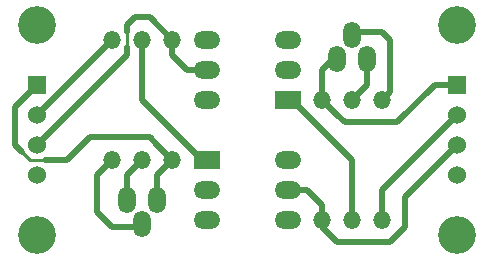
<source format=gtl>
G04 (created by PCBNEW (2013-07-07 BZR 4022)-stable) date 5/4/2015 11:50:08 PM*
%MOIN*%
G04 Gerber Fmt 3.4, Leading zero omitted, Abs format*
%FSLAX34Y34*%
G01*
G70*
G90*
G04 APERTURE LIST*
%ADD10C,0.00590551*%
%ADD11O,0.059X0.0885*%
%ADD12O,0.059X0.059*%
%ADD13R,0.06X0.06*%
%ADD14C,0.06*%
%ADD15R,0.0885X0.059*%
%ADD16O,0.0885X0.059*%
%ADD17C,0.125984*%
%ADD18C,0.02*%
%ADD19C,0.01*%
G04 APERTURE END LIST*
G54D10*
G54D11*
X83500Y-27352D03*
X83000Y-28147D03*
X82500Y-27352D03*
X89500Y-22647D03*
X90000Y-21852D03*
X90500Y-22647D03*
G54D12*
X82000Y-22000D03*
X82000Y-26000D03*
X89000Y-28000D03*
X89000Y-24000D03*
X83000Y-22000D03*
X83000Y-26000D03*
X91000Y-28000D03*
X91000Y-24000D03*
X84000Y-22000D03*
X84000Y-26000D03*
X90000Y-28000D03*
X90000Y-24000D03*
G54D13*
X79500Y-23500D03*
G54D14*
X79500Y-24500D03*
X79500Y-25500D03*
X79500Y-26500D03*
G54D13*
X93500Y-23500D03*
G54D14*
X93500Y-24500D03*
X93500Y-25500D03*
X93500Y-26500D03*
G54D15*
X85147Y-26000D03*
G54D16*
X85147Y-27000D03*
X85147Y-28000D03*
X87852Y-28000D03*
X87852Y-27000D03*
X87852Y-26000D03*
G54D15*
X87852Y-24000D03*
G54D16*
X87852Y-23000D03*
X87852Y-22000D03*
X85147Y-22000D03*
X85147Y-23000D03*
X85147Y-24000D03*
G54D17*
X79500Y-21500D03*
X93500Y-21500D03*
X93500Y-28500D03*
X79500Y-28500D03*
G54D18*
X83000Y-26000D02*
X82500Y-26500D01*
X82500Y-26500D02*
X82500Y-27500D01*
X82000Y-26000D02*
X81500Y-26500D01*
X82750Y-28250D02*
X83000Y-28000D01*
X82000Y-28250D02*
X82750Y-28250D01*
X81500Y-27750D02*
X82000Y-28250D01*
X81500Y-26500D02*
X81500Y-27750D01*
X83000Y-22000D02*
X83000Y-24000D01*
X83000Y-24000D02*
X85000Y-26000D01*
X91000Y-24000D02*
X91250Y-23750D01*
X90250Y-21750D02*
X90000Y-22000D01*
X91000Y-21750D02*
X90250Y-21750D01*
X91250Y-22000D02*
X91000Y-21750D01*
X91250Y-23750D02*
X91250Y-22000D01*
X90000Y-24000D02*
X90500Y-23500D01*
X90500Y-23500D02*
X90500Y-22500D01*
X88000Y-24000D02*
X90000Y-26000D01*
X90000Y-26000D02*
X90000Y-28000D01*
X82500Y-21750D02*
X82500Y-21500D01*
X79500Y-25500D02*
X82500Y-22500D01*
X82500Y-22500D02*
X82500Y-22250D01*
G54D19*
X82500Y-21750D02*
X82500Y-22250D01*
G54D18*
X83250Y-21250D02*
X84000Y-22000D01*
X82750Y-21250D02*
X83250Y-21250D01*
X82500Y-21500D02*
X82750Y-21250D01*
X84000Y-22000D02*
X84000Y-22500D01*
X84000Y-22500D02*
X84500Y-23000D01*
X84500Y-23000D02*
X85000Y-23000D01*
X89000Y-28000D02*
X89000Y-28250D01*
X91750Y-27250D02*
X93500Y-25500D01*
X91750Y-28250D02*
X91750Y-27250D01*
X91250Y-28750D02*
X91750Y-28250D01*
X89500Y-28750D02*
X91250Y-28750D01*
X89000Y-28250D02*
X89500Y-28750D01*
X88000Y-27000D02*
X88500Y-27000D01*
X89000Y-27500D02*
X89000Y-28000D01*
X88500Y-27000D02*
X89000Y-27500D01*
X82000Y-22000D02*
X79500Y-24500D01*
X91000Y-28000D02*
X91000Y-27000D01*
X91000Y-27000D02*
X93500Y-24500D01*
X79000Y-25750D02*
X78750Y-25500D01*
X83250Y-25250D02*
X81250Y-25250D01*
X81250Y-25250D02*
X81000Y-25500D01*
X79500Y-23500D02*
X79000Y-24000D01*
X83500Y-25500D02*
X84000Y-26000D01*
X80500Y-26000D02*
X81000Y-25500D01*
X79750Y-26000D02*
X80500Y-26000D01*
G54D19*
X79250Y-26000D02*
X79750Y-26000D01*
X79000Y-25750D02*
X79250Y-26000D01*
G54D18*
X83500Y-25500D02*
X83250Y-25250D01*
X78750Y-24250D02*
X79000Y-24000D01*
X78750Y-25500D02*
X78750Y-24250D01*
X83500Y-27500D02*
X83500Y-26500D01*
X83500Y-26500D02*
X84000Y-26000D01*
X89500Y-24500D02*
X89750Y-24750D01*
X89000Y-24000D02*
X89500Y-24500D01*
X92750Y-23500D02*
X93500Y-23500D01*
X91500Y-24750D02*
X92750Y-23500D01*
X89750Y-24750D02*
X91500Y-24750D01*
X89000Y-24000D02*
X89000Y-23000D01*
X89000Y-23000D02*
X89500Y-22500D01*
M02*

</source>
